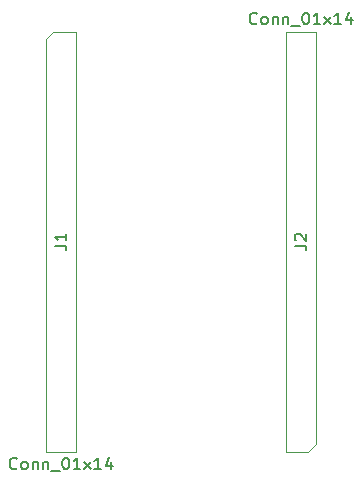
<source format=gbr>
G04 #@! TF.GenerationSoftware,KiCad,Pcbnew,(5.1.4)-1*
G04 #@! TF.CreationDate,2019-11-09T18:50:37+08:00*
G04 #@! TF.ProjectId,teensy4_header_breakout,7465656e-7379-4345-9f68-65616465725f,rev?*
G04 #@! TF.SameCoordinates,Original*
G04 #@! TF.FileFunction,Other,Fab,Top*
%FSLAX46Y46*%
G04 Gerber Fmt 4.6, Leading zero omitted, Abs format (unit mm)*
G04 Created by KiCad (PCBNEW (5.1.4)-1) date 2019-11-09 18:50:37*
%MOMM*%
%LPD*%
G04 APERTURE LIST*
%ADD10C,0.100000*%
%ADD11C,0.150000*%
G04 APERTURE END LIST*
D10*
X171450000Y-114935000D02*
X170815000Y-115570000D01*
X171450000Y-80010000D02*
X171450000Y-114935000D01*
X168910000Y-80010000D02*
X171450000Y-80010000D01*
X168910000Y-115570000D02*
X168910000Y-80010000D01*
X170815000Y-115570000D02*
X168910000Y-115570000D01*
X148590000Y-80645000D02*
X149225000Y-80010000D01*
X148590000Y-115570000D02*
X148590000Y-80645000D01*
X151130000Y-115570000D02*
X148590000Y-115570000D01*
X151130000Y-80010000D02*
X151130000Y-115570000D01*
X149225000Y-80010000D02*
X151130000Y-80010000D01*
D11*
X166441904Y-79307142D02*
X166394285Y-79354761D01*
X166251428Y-79402380D01*
X166156190Y-79402380D01*
X166013333Y-79354761D01*
X165918095Y-79259523D01*
X165870476Y-79164285D01*
X165822857Y-78973809D01*
X165822857Y-78830952D01*
X165870476Y-78640476D01*
X165918095Y-78545238D01*
X166013333Y-78450000D01*
X166156190Y-78402380D01*
X166251428Y-78402380D01*
X166394285Y-78450000D01*
X166441904Y-78497619D01*
X167013333Y-79402380D02*
X166918095Y-79354761D01*
X166870476Y-79307142D01*
X166822857Y-79211904D01*
X166822857Y-78926190D01*
X166870476Y-78830952D01*
X166918095Y-78783333D01*
X167013333Y-78735714D01*
X167156190Y-78735714D01*
X167251428Y-78783333D01*
X167299047Y-78830952D01*
X167346666Y-78926190D01*
X167346666Y-79211904D01*
X167299047Y-79307142D01*
X167251428Y-79354761D01*
X167156190Y-79402380D01*
X167013333Y-79402380D01*
X167775238Y-78735714D02*
X167775238Y-79402380D01*
X167775238Y-78830952D02*
X167822857Y-78783333D01*
X167918095Y-78735714D01*
X168060952Y-78735714D01*
X168156190Y-78783333D01*
X168203809Y-78878571D01*
X168203809Y-79402380D01*
X168680000Y-78735714D02*
X168680000Y-79402380D01*
X168680000Y-78830952D02*
X168727619Y-78783333D01*
X168822857Y-78735714D01*
X168965714Y-78735714D01*
X169060952Y-78783333D01*
X169108571Y-78878571D01*
X169108571Y-79402380D01*
X169346666Y-79497619D02*
X170108571Y-79497619D01*
X170537142Y-78402380D02*
X170632380Y-78402380D01*
X170727619Y-78450000D01*
X170775238Y-78497619D01*
X170822857Y-78592857D01*
X170870476Y-78783333D01*
X170870476Y-79021428D01*
X170822857Y-79211904D01*
X170775238Y-79307142D01*
X170727619Y-79354761D01*
X170632380Y-79402380D01*
X170537142Y-79402380D01*
X170441904Y-79354761D01*
X170394285Y-79307142D01*
X170346666Y-79211904D01*
X170299047Y-79021428D01*
X170299047Y-78783333D01*
X170346666Y-78592857D01*
X170394285Y-78497619D01*
X170441904Y-78450000D01*
X170537142Y-78402380D01*
X171822857Y-79402380D02*
X171251428Y-79402380D01*
X171537142Y-79402380D02*
X171537142Y-78402380D01*
X171441904Y-78545238D01*
X171346666Y-78640476D01*
X171251428Y-78688095D01*
X172156190Y-79402380D02*
X172680000Y-78735714D01*
X172156190Y-78735714D02*
X172680000Y-79402380D01*
X173584761Y-79402380D02*
X173013333Y-79402380D01*
X173299047Y-79402380D02*
X173299047Y-78402380D01*
X173203809Y-78545238D01*
X173108571Y-78640476D01*
X173013333Y-78688095D01*
X174441904Y-78735714D02*
X174441904Y-79402380D01*
X174203809Y-78354761D02*
X173965714Y-79069047D01*
X174584761Y-79069047D01*
X169632380Y-98123333D02*
X170346666Y-98123333D01*
X170489523Y-98170952D01*
X170584761Y-98266190D01*
X170632380Y-98409047D01*
X170632380Y-98504285D01*
X169727619Y-97694761D02*
X169680000Y-97647142D01*
X169632380Y-97551904D01*
X169632380Y-97313809D01*
X169680000Y-97218571D01*
X169727619Y-97170952D01*
X169822857Y-97123333D01*
X169918095Y-97123333D01*
X170060952Y-97170952D01*
X170632380Y-97742380D01*
X170632380Y-97123333D01*
X146121904Y-116987142D02*
X146074285Y-117034761D01*
X145931428Y-117082380D01*
X145836190Y-117082380D01*
X145693333Y-117034761D01*
X145598095Y-116939523D01*
X145550476Y-116844285D01*
X145502857Y-116653809D01*
X145502857Y-116510952D01*
X145550476Y-116320476D01*
X145598095Y-116225238D01*
X145693333Y-116130000D01*
X145836190Y-116082380D01*
X145931428Y-116082380D01*
X146074285Y-116130000D01*
X146121904Y-116177619D01*
X146693333Y-117082380D02*
X146598095Y-117034761D01*
X146550476Y-116987142D01*
X146502857Y-116891904D01*
X146502857Y-116606190D01*
X146550476Y-116510952D01*
X146598095Y-116463333D01*
X146693333Y-116415714D01*
X146836190Y-116415714D01*
X146931428Y-116463333D01*
X146979047Y-116510952D01*
X147026666Y-116606190D01*
X147026666Y-116891904D01*
X146979047Y-116987142D01*
X146931428Y-117034761D01*
X146836190Y-117082380D01*
X146693333Y-117082380D01*
X147455238Y-116415714D02*
X147455238Y-117082380D01*
X147455238Y-116510952D02*
X147502857Y-116463333D01*
X147598095Y-116415714D01*
X147740952Y-116415714D01*
X147836190Y-116463333D01*
X147883809Y-116558571D01*
X147883809Y-117082380D01*
X148360000Y-116415714D02*
X148360000Y-117082380D01*
X148360000Y-116510952D02*
X148407619Y-116463333D01*
X148502857Y-116415714D01*
X148645714Y-116415714D01*
X148740952Y-116463333D01*
X148788571Y-116558571D01*
X148788571Y-117082380D01*
X149026666Y-117177619D02*
X149788571Y-117177619D01*
X150217142Y-116082380D02*
X150312380Y-116082380D01*
X150407619Y-116130000D01*
X150455238Y-116177619D01*
X150502857Y-116272857D01*
X150550476Y-116463333D01*
X150550476Y-116701428D01*
X150502857Y-116891904D01*
X150455238Y-116987142D01*
X150407619Y-117034761D01*
X150312380Y-117082380D01*
X150217142Y-117082380D01*
X150121904Y-117034761D01*
X150074285Y-116987142D01*
X150026666Y-116891904D01*
X149979047Y-116701428D01*
X149979047Y-116463333D01*
X150026666Y-116272857D01*
X150074285Y-116177619D01*
X150121904Y-116130000D01*
X150217142Y-116082380D01*
X151502857Y-117082380D02*
X150931428Y-117082380D01*
X151217142Y-117082380D02*
X151217142Y-116082380D01*
X151121904Y-116225238D01*
X151026666Y-116320476D01*
X150931428Y-116368095D01*
X151836190Y-117082380D02*
X152360000Y-116415714D01*
X151836190Y-116415714D02*
X152360000Y-117082380D01*
X153264761Y-117082380D02*
X152693333Y-117082380D01*
X152979047Y-117082380D02*
X152979047Y-116082380D01*
X152883809Y-116225238D01*
X152788571Y-116320476D01*
X152693333Y-116368095D01*
X154121904Y-116415714D02*
X154121904Y-117082380D01*
X153883809Y-116034761D02*
X153645714Y-116749047D01*
X154264761Y-116749047D01*
X149312380Y-98123333D02*
X150026666Y-98123333D01*
X150169523Y-98170952D01*
X150264761Y-98266190D01*
X150312380Y-98409047D01*
X150312380Y-98504285D01*
X150312380Y-97123333D02*
X150312380Y-97694761D01*
X150312380Y-97409047D02*
X149312380Y-97409047D01*
X149455238Y-97504285D01*
X149550476Y-97599523D01*
X149598095Y-97694761D01*
M02*

</source>
